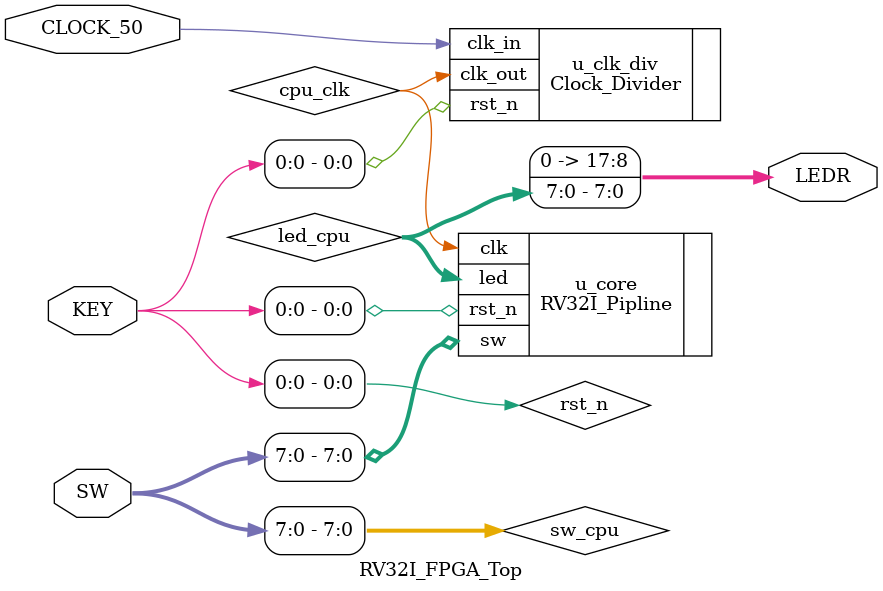
<source format=sv>
`timescale 1ns/1ps

module RV32I_FPGA_Top (
    input  logic        CLOCK_50,   // clock 50MHz từ board
    input  logic [17:0] SW,         // switch
    input  logic [3:0]  KEY,        // nút nhấn
    output logic [17:0] LEDR        // LED
);
    // ----------------------------
    // Reset: giả sử KEY[0] là reset_n (nhấn = 0, thả = 1)
    // ----------------------------
    logic rst_n;
    assign rst_n = KEY[0];   // nếu bạn muốn nhấn để reset thì có thể invert: KEY[0]

    // ----------------------------
    // Clock divider: từ 50MHz -> clock chậm cho CPU
    // ----------------------------
    logic cpu_clk;
    Clock_Divider #(
        .DIV(500_000)     // chỉnh tùy bạn muốn chậm/nhanh
    ) u_clk_div (
        .clk_in (CLOCK_50),
        .rst_n  (rst_n),
        .clk_out(cpu_clk)
    );

    // ----------------------------
    // Kết nối SW/LED 8 bit thấp cho CPU
    // ----------------------------
    logic [7:0] sw_cpu;
    logic [7:0] led_cpu;

    assign sw_cpu      = SW[7:0];          // dùng 8 SW thấp
    assign LEDR[7:0]   = led_cpu;          // 8 LED thấp hiển thị counter
    assign LEDR[17:8]  = 10'b0;            // các LED còn lại tắt

    // ----------------------------
    // Instance core pipeline
    // RV32I_Pipline đã có port sw/led và Data_Memory đã map I/O
    // ----------------------------
    RV32I_Pipline #(
        .DEPTH_WORDS(2048)
    ) u_core (
        .clk  (cpu_clk),   // dùng clock đã chia
        .rst_n(rst_n),
        .sw   (sw_cpu),
        .led  (led_cpu)
    );

endmodule

</source>
